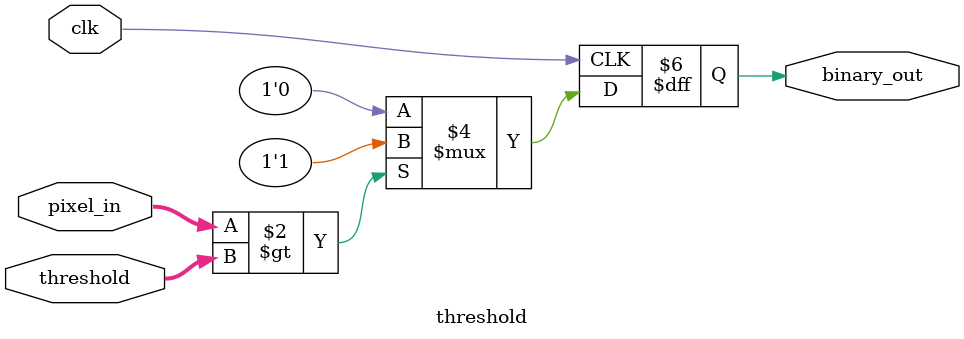
<source format=v>
module threshold #(parameter WIDTH=8)(
    input clk,
    input [WIDTH-1:0] pixel_in,
    input [WIDTH-1:0] threshold,
    output reg binary_out
);

    always @(posedge clk) begin
        if (pixel_in > threshold)
            binary_out <= 1'b1;
        else
            binary_out <= 1'b0;
    end

endmodule

</source>
